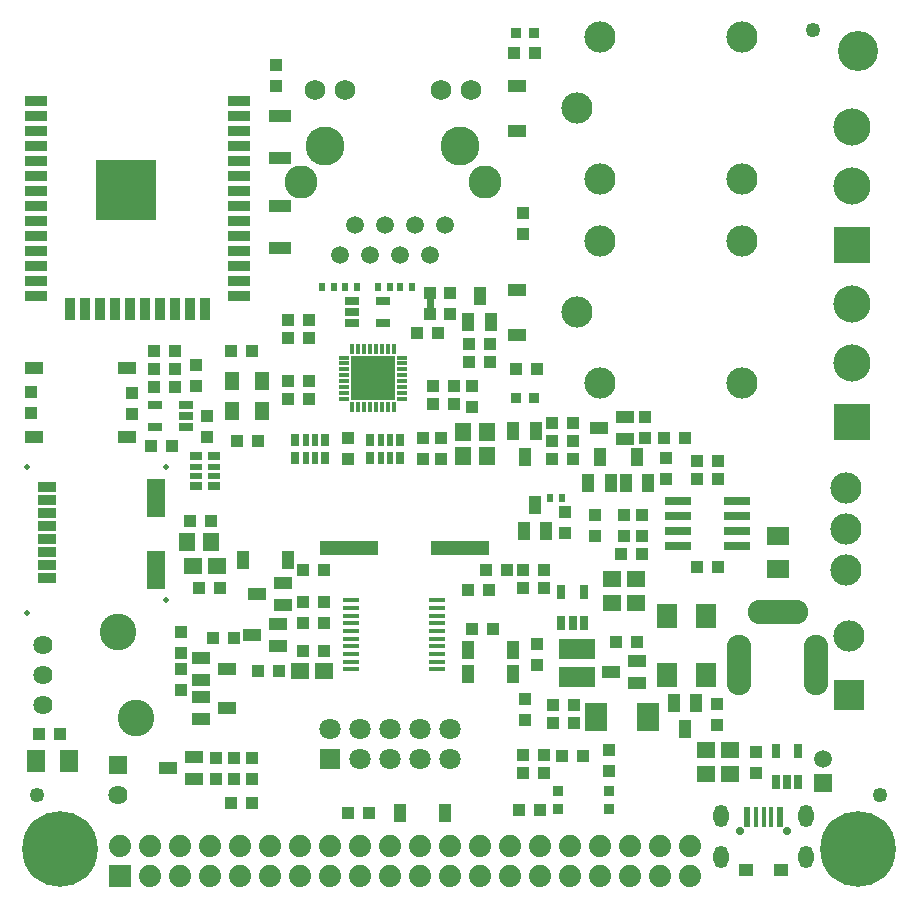
<source format=gbr>
G04 #@! TF.GenerationSoftware,KiCad,Pcbnew,5.1.6-c6e7f7d~87~ubuntu18.04.1*
G04 #@! TF.CreationDate,2022-06-03T15:36:12+03:00*
G04 #@! TF.ProjectId,ESP32-EVB_Rev_K,45535033-322d-4455-9642-5f5265765f4b,K*
G04 #@! TF.SameCoordinates,Original*
G04 #@! TF.FileFunction,Soldermask,Top*
G04 #@! TF.FilePolarity,Negative*
%FSLAX46Y46*%
G04 Gerber Fmt 4.6, Leading zero omitted, Abs format (unit mm)*
G04 Created by KiCad (PCBNEW 5.1.6-c6e7f7d~87~ubuntu18.04.1) date 2022-06-03 15:36:12*
%MOMM*%
%LPD*%
G01*
G04 APERTURE LIST*
%ADD10C,0.609600*%
%ADD11R,2.641600X2.641600*%
%ADD12C,2.641600*%
%ADD13O,5.101600X2.101600*%
%ADD14O,2.101600X5.101600*%
%ADD15C,1.801600*%
%ADD16R,1.801600X1.801600*%
%ADD17C,2.101600*%
%ADD18R,5.101600X5.101600*%
%ADD19R,1.901600X0.901600*%
%ADD20R,0.901600X1.901600*%
%ADD21R,0.601600X0.651600*%
%ADD22R,1.117600X1.117600*%
%ADD23C,1.879600*%
%ADD24R,1.879600X1.879600*%
%ADD25C,3.301600*%
%ADD26C,1.751600*%
%ADD27C,2.801600*%
%ADD28C,1.511600*%
%ADD29R,1.501600X1.501600*%
%ADD30C,1.501600*%
%ADD31R,1.801600X2.101600*%
%ADD32R,1.101600X1.501600*%
%ADD33R,4.927600X1.201600*%
%ADD34R,0.601600X1.751600*%
%ADD35R,0.426600X1.751600*%
%ADD36C,0.701600*%
%ADD37R,1.201600X1.101600*%
%ADD38O,1.301600X1.901600*%
%ADD39R,1.625600X1.117600*%
%ADD40R,2.301600X0.701600*%
%ADD41R,1.371600X0.426600*%
%ADD42R,1.601600X3.201600*%
%ADD43C,0.501600*%
%ADD44R,1.601600X0.901600*%
%ADD45R,3.701600X3.701600*%
%ADD46R,0.501600X0.501600*%
%ADD47R,1.524000X1.524000*%
%ADD48R,0.351600X0.901600*%
%ADD49R,0.901600X0.351600*%
%ADD50C,3.149600*%
%ADD51R,3.149600X3.149600*%
%ADD52R,1.625600X1.625600*%
%ADD53C,1.625600*%
%ADD54C,3.101600*%
%ADD55R,1.301600X1.501600*%
%ADD56R,1.625600X1.371600*%
%ADD57C,1.254000*%
%ADD58R,1.879600X2.387600*%
%ADD59R,1.501600X1.101600*%
%ADD60R,1.625600X1.879600*%
%ADD61R,1.879600X1.625600*%
%ADD62R,1.879600X1.117600*%
%ADD63C,1.301600*%
%ADD64C,6.401600*%
%ADD65R,0.901600X0.901600*%
%ADD66R,1.371600X1.625600*%
%ADD67C,3.401600*%
%ADD68R,1.117600X0.482600*%
%ADD69R,1.117600X0.736600*%
%ADD70R,0.482600X1.117600*%
%ADD71R,0.736600X1.117600*%
%ADD72R,0.651600X1.301600*%
%ADD73R,1.301600X0.651600*%
%ADD74R,3.101600X1.701600*%
G04 APERTURE END LIST*
D10*
X104775000Y-92194000D02*
X104775000Y-91194000D01*
D11*
X140208000Y-124895000D03*
D12*
X140208000Y-119895000D03*
D13*
X134237000Y-117869000D03*
D14*
X137437000Y-122319000D03*
X130937000Y-122319000D03*
D15*
X106426000Y-127762000D03*
X106426000Y-130302000D03*
X103886000Y-127762000D03*
X103886000Y-130302000D03*
X101346000Y-127762000D03*
X101346000Y-130302000D03*
X98806000Y-127762000D03*
X98806000Y-130302000D03*
X96266000Y-127762000D03*
D16*
X96266000Y-130302000D03*
D17*
X79010000Y-82083000D03*
D18*
X79010000Y-82083000D03*
D19*
X88610000Y-74573000D03*
X88610000Y-75843000D03*
X88610000Y-77113000D03*
X88610000Y-78383000D03*
X88610000Y-79653000D03*
X88610000Y-80923000D03*
X88610000Y-82193000D03*
X88610000Y-83463000D03*
X88610000Y-84733000D03*
X88610000Y-86003000D03*
X88610000Y-87273000D03*
X88610000Y-88543000D03*
X88610000Y-89813000D03*
X88610000Y-91083000D03*
D20*
X85740000Y-92183000D03*
X84470000Y-92183000D03*
X83200000Y-92183000D03*
X81930000Y-92183000D03*
X80660000Y-92183000D03*
X79390000Y-92183000D03*
X78120000Y-92183000D03*
X76850000Y-92183000D03*
X75580000Y-92183000D03*
X74310000Y-92183000D03*
D19*
X71410000Y-91083000D03*
X71410000Y-89813000D03*
X71410000Y-88543000D03*
X71410000Y-87273000D03*
X71410000Y-86003000D03*
X71410000Y-84733000D03*
X71410000Y-83463000D03*
X71410000Y-82193000D03*
X71410000Y-80923000D03*
X71410000Y-79653000D03*
X71410000Y-78383000D03*
X71410000Y-77113000D03*
X71410000Y-75843000D03*
X71410000Y-74573000D03*
D21*
X100330000Y-90297000D03*
X101346000Y-90297000D03*
D22*
X84455000Y-110109000D03*
X86233000Y-110109000D03*
D21*
X102235000Y-90297000D03*
X103251000Y-90297000D03*
D23*
X101346000Y-137668000D03*
X101346000Y-140208000D03*
X98806000Y-137668000D03*
X98806000Y-140208000D03*
X96266000Y-137668000D03*
X96266000Y-140208000D03*
X93726000Y-137668000D03*
X93726000Y-140208000D03*
X91186000Y-137668000D03*
X91186000Y-140208000D03*
X81026000Y-137668000D03*
X81026000Y-140208000D03*
X78486000Y-137668000D03*
D24*
X78486000Y-140208000D03*
D23*
X83566000Y-140208000D03*
X83566000Y-137668000D03*
X86106000Y-137668000D03*
X86106000Y-140208000D03*
X88646000Y-140208000D03*
X88646000Y-137668000D03*
X114046000Y-137668000D03*
X114046000Y-140208000D03*
X111506000Y-140208000D03*
X111506000Y-137668000D03*
X108966000Y-137668000D03*
X108966000Y-140208000D03*
X103886000Y-140208000D03*
X103886000Y-137668000D03*
X106426000Y-140208000D03*
X106426000Y-137668000D03*
X116586000Y-140208000D03*
X116586000Y-137668000D03*
X119126000Y-140208000D03*
X119126000Y-137668000D03*
X121666000Y-140208000D03*
X121666000Y-137668000D03*
X124206000Y-140208000D03*
X124206000Y-137668000D03*
X126746000Y-140208000D03*
X126746000Y-137668000D03*
D12*
X140000000Y-114315000D03*
X140000000Y-107315000D03*
X140000000Y-110815000D03*
D25*
X95885000Y-78359000D03*
X107315000Y-78359000D03*
D26*
X105670000Y-73610500D03*
X94990000Y-73610500D03*
D27*
X93800000Y-81409000D03*
X109400000Y-81409000D03*
D26*
X108210000Y-73610500D03*
X97530000Y-73610500D03*
D28*
X97165000Y-87599000D03*
X98435000Y-85059000D03*
X99705000Y-87599000D03*
X100975000Y-85059000D03*
X102245000Y-87599000D03*
X103515000Y-85059000D03*
X104785000Y-87599000D03*
X106055000Y-85059000D03*
D12*
X117176000Y-75184000D03*
X131176000Y-81184000D03*
X131176000Y-69184000D03*
X119176000Y-69184000D03*
X119176000Y-81184000D03*
X117176000Y-92456000D03*
X131176000Y-98456000D03*
X131176000Y-86456000D03*
X119176000Y-86456000D03*
X119176000Y-98456000D03*
D29*
X138046460Y-132326380D03*
D30*
X138043920Y-130314700D03*
D31*
X124841000Y-118150000D03*
X124841000Y-123150000D03*
X128143000Y-123150000D03*
X128143000Y-118150000D03*
D32*
X106040000Y-134874000D03*
X102240000Y-134874000D03*
X111755000Y-123063000D03*
X107955000Y-123063000D03*
X107955000Y-121031000D03*
X111755000Y-121031000D03*
D33*
X97917000Y-112395000D03*
X107315000Y-112395000D03*
D34*
X131612500Y-135153000D03*
D35*
X132350000Y-135153000D03*
X133000000Y-135153000D03*
X133650000Y-135153000D03*
D34*
X134387500Y-135153000D03*
D36*
X131000000Y-136403000D03*
X135000000Y-136403000D03*
D37*
X131500000Y-139703000D03*
X134500000Y-139703000D03*
D38*
X129400000Y-138553000D03*
X129400000Y-135083000D03*
X136600000Y-135083000D03*
X136600000Y-138553000D03*
D39*
X71247000Y-97155000D03*
X79121000Y-97155000D03*
X71247000Y-102997000D03*
X79121000Y-102997000D03*
D40*
X130770000Y-108458000D03*
X130770000Y-109728000D03*
X130770000Y-110998000D03*
X130770000Y-112268000D03*
X125770000Y-112268000D03*
X125770000Y-110998000D03*
X125770000Y-109728000D03*
X125770000Y-108458000D03*
D41*
X105346500Y-122686000D03*
X105346500Y-122036000D03*
X105346500Y-121386000D03*
X105346500Y-120736000D03*
X105346500Y-120086000D03*
X105346500Y-119436000D03*
X105346500Y-118786000D03*
X105346500Y-118136000D03*
X105346500Y-117486000D03*
X105346500Y-116836000D03*
X98107500Y-116836000D03*
X98107500Y-117486000D03*
X98107500Y-118136000D03*
X98107500Y-118786000D03*
X98107500Y-119436000D03*
X98107500Y-120086000D03*
X98107500Y-120736000D03*
X98107500Y-121386000D03*
X98107500Y-122036000D03*
X98107500Y-122686000D03*
D42*
X81577000Y-114275000D03*
X81577000Y-108215000D03*
D43*
X70607000Y-105585000D03*
X82407000Y-105585000D03*
X82407000Y-116855000D03*
X70607000Y-117945000D03*
D44*
X72327000Y-107275000D03*
X72327000Y-108375000D03*
X72327000Y-109475000D03*
X72327000Y-110575000D03*
X72327000Y-111675000D03*
X72327000Y-112775000D03*
X72327000Y-113875000D03*
X72327000Y-114975000D03*
D45*
X99949000Y-98044000D03*
D46*
X101249000Y-97544000D03*
X101249000Y-98544000D03*
X100449000Y-99344000D03*
X99449000Y-99344000D03*
X98649000Y-98544000D03*
X98649000Y-97544000D03*
X99449000Y-96744000D03*
X100449000Y-96744000D03*
D47*
X99949000Y-98044000D03*
D48*
X98199000Y-95594000D03*
X98699000Y-95594000D03*
X99199000Y-95594000D03*
X99699000Y-95594000D03*
X100199000Y-95594000D03*
X100699000Y-95594000D03*
X101199000Y-95594000D03*
X101699000Y-95594000D03*
D49*
X102399000Y-96294000D03*
X102399000Y-96794000D03*
X102399000Y-97294000D03*
X102399000Y-97794000D03*
X102399000Y-98294000D03*
X102399000Y-98794000D03*
X102399000Y-99294000D03*
X102399000Y-99794000D03*
D48*
X101699000Y-100494000D03*
X101199000Y-100494000D03*
X100699000Y-100494000D03*
X100199000Y-100494000D03*
X99699000Y-100494000D03*
X99199000Y-100494000D03*
X98699000Y-100494000D03*
X98199000Y-100494000D03*
D49*
X97499000Y-99794000D03*
X97499000Y-99294000D03*
X97499000Y-98794000D03*
X97499000Y-98294000D03*
X97499000Y-97794000D03*
X97499000Y-97294000D03*
X97499000Y-96794000D03*
X97499000Y-96294000D03*
D50*
X140500000Y-76774000D03*
D51*
X140500000Y-86774000D03*
D50*
X140500000Y-81774000D03*
X140500000Y-91774000D03*
D51*
X140500000Y-101774000D03*
D50*
X140500000Y-96774000D03*
D52*
X78359000Y-130810000D03*
D53*
X78359000Y-133350000D03*
D54*
X79909000Y-126840000D03*
X78309000Y-119540000D03*
D53*
X72009000Y-125730000D03*
X72009000Y-123190000D03*
X72009000Y-120650000D03*
D55*
X88011000Y-100838000D03*
X88011000Y-98298000D03*
X90551000Y-98298000D03*
X90551000Y-100838000D03*
D22*
X85217000Y-115824000D03*
X86995000Y-115824000D03*
D56*
X130175000Y-131572000D03*
X130175000Y-129540000D03*
D57*
X142875000Y-133350000D03*
D22*
X104775000Y-92583000D03*
X104775000Y-90805000D03*
D58*
X118854000Y-126746000D03*
X123208000Y-126746000D03*
D22*
X83693000Y-121285000D03*
X83693000Y-119507000D03*
X83693000Y-124460000D03*
X83693000Y-122682000D03*
D59*
X87587000Y-122682000D03*
X85387000Y-123632000D03*
X85387000Y-121732000D03*
X87587000Y-125984000D03*
X85387000Y-126934000D03*
X85387000Y-125034000D03*
D22*
X86360000Y-120015000D03*
X88138000Y-120015000D03*
D56*
X120142000Y-117094000D03*
X120142000Y-115062000D03*
X122174000Y-115062000D03*
X122174000Y-117094000D03*
D22*
X112649000Y-114300000D03*
X114427000Y-114300000D03*
X112649000Y-115824000D03*
X114427000Y-115824000D03*
X119888000Y-129540000D03*
X119888000Y-131318000D03*
X86614000Y-131953000D03*
X86614000Y-130175000D03*
X88138000Y-131953000D03*
X88138000Y-130175000D03*
X84963000Y-96901000D03*
X84963000Y-98679000D03*
D60*
X74168000Y-130429000D03*
X71374000Y-130429000D03*
D22*
X127381000Y-105029000D03*
X129159000Y-105029000D03*
X127381000Y-106553000D03*
X129159000Y-106553000D03*
D61*
X134239000Y-114173000D03*
X134239000Y-111379000D03*
D22*
X83185000Y-98806000D03*
X81407000Y-98806000D03*
X81407000Y-97282000D03*
X83185000Y-97282000D03*
X93980000Y-118745000D03*
X95758000Y-118745000D03*
X129032000Y-127381000D03*
X129032000Y-125603000D03*
X79502000Y-99314000D03*
X79502000Y-101092000D03*
X73406000Y-128143000D03*
X71628000Y-128143000D03*
X122682000Y-111379000D03*
X122682000Y-109601000D03*
X121158000Y-109601000D03*
X121158000Y-111379000D03*
X110109000Y-119253000D03*
X108331000Y-119253000D03*
X93980000Y-121158000D03*
X95758000Y-121158000D03*
X111252000Y-114300000D03*
X109474000Y-114300000D03*
X93980000Y-114300000D03*
X95758000Y-114300000D03*
D62*
X92075000Y-75819000D03*
X92075000Y-79375000D03*
X92075000Y-86995000D03*
X92075000Y-83439000D03*
D63*
X70993000Y-137922000D03*
X75819000Y-137922000D03*
X75057000Y-139573000D03*
X71755000Y-139700000D03*
X75057000Y-136271000D03*
X71755000Y-136271000D03*
X73406000Y-140335000D03*
X73406000Y-135509000D03*
D64*
X73406000Y-137922000D03*
D63*
X138557000Y-137922000D03*
X143383000Y-137922000D03*
X142621000Y-139573000D03*
X139319000Y-139700000D03*
X142621000Y-136271000D03*
X139319000Y-136271000D03*
X140970000Y-140335000D03*
X140970000Y-135509000D03*
D64*
X140970000Y-137922000D03*
D22*
X93980000Y-116967000D03*
X95758000Y-116967000D03*
X113792000Y-122301000D03*
X113792000Y-120523000D03*
X92710000Y-93091000D03*
X94488000Y-93091000D03*
X106807000Y-100203000D03*
X105029000Y-100203000D03*
X89662000Y-95758000D03*
X87884000Y-95758000D03*
X107950000Y-115951000D03*
X109728000Y-115951000D03*
X90170000Y-103378000D03*
X88392000Y-103378000D03*
X112649000Y-85852000D03*
X112649000Y-84074000D03*
X91694000Y-71501000D03*
X91694000Y-73279000D03*
X85852000Y-101219000D03*
X85852000Y-102997000D03*
X97790000Y-134874000D03*
X99568000Y-134874000D03*
X112776000Y-127000000D03*
X112776000Y-125222000D03*
X89662000Y-130175000D03*
X89662000Y-131953000D03*
X89662000Y-133985000D03*
X87884000Y-133985000D03*
X122301000Y-120396000D03*
X120523000Y-120396000D03*
X81153000Y-103759000D03*
X82931000Y-103759000D03*
X83185000Y-95758000D03*
X81407000Y-95758000D03*
X111887000Y-70485000D03*
X113665000Y-70485000D03*
X108077000Y-95123000D03*
X109855000Y-95123000D03*
X108077000Y-96647000D03*
X109855000Y-96647000D03*
X112014000Y-97282000D03*
X113792000Y-97282000D03*
X122936000Y-103124000D03*
X122936000Y-101346000D03*
X124587000Y-103124000D03*
X126365000Y-103124000D03*
D65*
X119888000Y-132969000D03*
X119888000Y-134493000D03*
X113538000Y-68834000D03*
X112014000Y-68834000D03*
X113538000Y-99695000D03*
X112014000Y-99695000D03*
D22*
X105029000Y-98679000D03*
X106807000Y-98679000D03*
X92710000Y-98298000D03*
X94488000Y-98298000D03*
X92710000Y-99822000D03*
X94488000Y-99822000D03*
X92710000Y-94615000D03*
X94488000Y-94615000D03*
X105410000Y-94234000D03*
X103632000Y-94234000D03*
X97790000Y-104902000D03*
X97790000Y-103124000D03*
X108331000Y-98679000D03*
X108331000Y-100457000D03*
X106426000Y-92583000D03*
X106426000Y-90805000D03*
D66*
X86233000Y-111887000D03*
X84201000Y-111887000D03*
D22*
X104140000Y-103124000D03*
X104140000Y-104902000D03*
X105664000Y-103124000D03*
X105664000Y-104902000D03*
X116967000Y-127254000D03*
X115189000Y-127254000D03*
X116967000Y-125730000D03*
X115189000Y-125730000D03*
X91948000Y-122809000D03*
X90170000Y-122809000D03*
D56*
X128143000Y-131572000D03*
X128143000Y-129540000D03*
D67*
X140970000Y-70358000D03*
D57*
X71501000Y-133350000D03*
X137160000Y-68580000D03*
D68*
X84963000Y-106299000D03*
X84963000Y-105537000D03*
X86487000Y-106299000D03*
X86487000Y-105537000D03*
D69*
X84963000Y-107188000D03*
X86487000Y-107188000D03*
X84963000Y-104648000D03*
X86487000Y-104648000D03*
D70*
X94996000Y-104775000D03*
X94234000Y-104775000D03*
X94996000Y-103251000D03*
X94234000Y-103251000D03*
D71*
X95885000Y-104775000D03*
X95885000Y-103251000D03*
X93345000Y-104775000D03*
X93345000Y-103251000D03*
D70*
X100584000Y-103251000D03*
X101346000Y-103251000D03*
X100584000Y-104775000D03*
X101346000Y-104775000D03*
D71*
X99695000Y-103251000D03*
X99695000Y-104775000D03*
X102235000Y-103251000D03*
X102235000Y-104775000D03*
D72*
X115890000Y-118775000D03*
X116840000Y-118775000D03*
X117790000Y-118775000D03*
X115890000Y-116175000D03*
X117790000Y-116175000D03*
D59*
X121249440Y-103184960D03*
X121249440Y-101282500D03*
X119039640Y-102237540D03*
X90083640Y-116334540D03*
X92293440Y-115379500D03*
X92293440Y-117281960D03*
X91912440Y-120710960D03*
X91912440Y-118808500D03*
X89702640Y-119763540D03*
X84800440Y-132013960D03*
X84800440Y-130111500D03*
X82590640Y-131066540D03*
D32*
X108016040Y-93309440D03*
X109918500Y-93309440D03*
X108963460Y-91099640D03*
D59*
X112141000Y-73284000D03*
X112141000Y-77084000D03*
X112141000Y-90556000D03*
X112141000Y-94356000D03*
D32*
X127314960Y-125511560D03*
X125412500Y-125511560D03*
X126367540Y-127721360D03*
D59*
X122265440Y-123885960D03*
X122265440Y-121983500D03*
X120055640Y-122938540D03*
D73*
X84104000Y-102169000D03*
X84104000Y-101219000D03*
X84104000Y-100269000D03*
X81504000Y-102169000D03*
X81504000Y-100269000D03*
D56*
X86741000Y-113919000D03*
X84709000Y-113919000D03*
D66*
X107569000Y-104648000D03*
X107569000Y-102616000D03*
D56*
X95758000Y-122809000D03*
X93726000Y-122809000D03*
D74*
X117221000Y-123374000D03*
X117221000Y-120974000D03*
D22*
X115062000Y-101854000D03*
X116840000Y-101854000D03*
D32*
X113725960Y-102524560D03*
X111823500Y-102524560D03*
X112778540Y-104734360D03*
X119123460Y-104688640D03*
X120078500Y-106898440D03*
X118176040Y-106898440D03*
D66*
X109601000Y-102616000D03*
X109601000Y-104648000D03*
D22*
X115062000Y-104902000D03*
X116840000Y-104902000D03*
X115062000Y-103378000D03*
X116840000Y-103378000D03*
D65*
X115570000Y-132969000D03*
X115570000Y-134493000D03*
D22*
X115951000Y-130048000D03*
X117729000Y-130048000D03*
D72*
X134051000Y-132237000D03*
X135001000Y-132237000D03*
X135951000Y-132237000D03*
X134051000Y-129637000D03*
X135951000Y-129637000D03*
D22*
X132334000Y-129667000D03*
X132334000Y-131445000D03*
X112268000Y-134620000D03*
X114046000Y-134620000D03*
X112649000Y-131445000D03*
X114427000Y-131445000D03*
X112649000Y-129921000D03*
X114427000Y-129921000D03*
X70993000Y-99187000D03*
X70993000Y-100965000D03*
X129159000Y-114046000D03*
X127381000Y-114046000D03*
X120904000Y-112903000D03*
X122682000Y-112903000D03*
X118745000Y-111379000D03*
X118745000Y-109601000D03*
D73*
X100741000Y-93406000D03*
X100741000Y-91506000D03*
X98141000Y-93406000D03*
X98141000Y-92456000D03*
X98141000Y-91506000D03*
D21*
X98552000Y-90297000D03*
X97536000Y-90297000D03*
X95631000Y-90297000D03*
X96647000Y-90297000D03*
D32*
X92705000Y-113411000D03*
X88905000Y-113411000D03*
D22*
X124714000Y-106553000D03*
X124714000Y-104775000D03*
D32*
X112715000Y-110998000D03*
X114615000Y-110998000D03*
X113665000Y-108798000D03*
D22*
X116205000Y-109347000D03*
X116205000Y-111125000D03*
D21*
X115951000Y-108204000D03*
X114935000Y-108204000D03*
D32*
X122301000Y-104691000D03*
X123251000Y-106891000D03*
X121351000Y-106891000D03*
M02*

</source>
